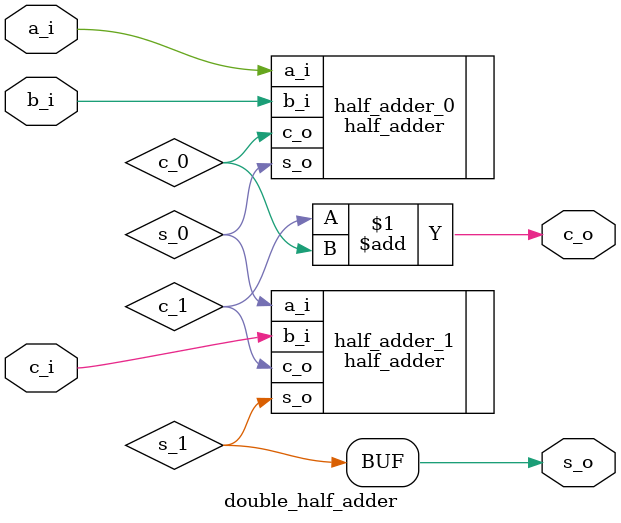
<source format=sv>
module double_half_adder (
    input  logic a_i,
    input  logic b_i,
    input  logic c_i,
    output logic s_o,
    output logic c_o
);

  logic s_0;
  logic c_0;
  logic s_1;
  logic c_1;

  assign s_o = s_1;
  assign c_o = c_1 + c_0;

  half_adder half_adder_0 (
      .a_i(a_i),
      .b_i(b_i),
      .s_o(s_0),
      .c_o(c_0)
  );

  half_adder half_adder_1 (
      .a_i(s_0),
      .b_i(c_i),
      .s_o(s_1),
      .c_o(c_1)
  );

endmodule

</source>
